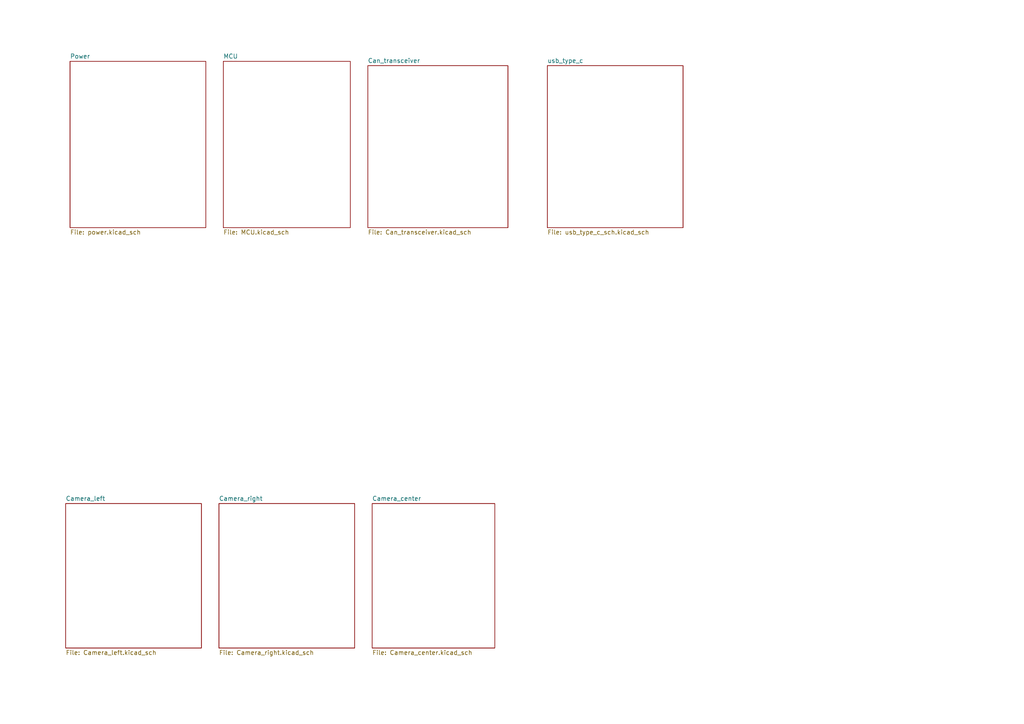
<source format=kicad_sch>
(kicad_sch
	(version 20250114)
	(generator "eeschema")
	(generator_version "9.0")
	(uuid "65068a32-f105-4204-b50e-234054c5a6d0")
	(paper "A4")
	(lib_symbols)
	(sheet
		(at 20.32 17.78)
		(size 39.37 48.26)
		(exclude_from_sim no)
		(in_bom yes)
		(on_board yes)
		(dnp no)
		(fields_autoplaced yes)
		(stroke
			(width 0.1524)
			(type solid)
		)
		(fill
			(color 0 0 0 0.0000)
		)
		(uuid "480e1df8-14aa-40df-bf4b-17bab0b9775f")
		(property "Sheetname" "Power"
			(at 20.32 17.0684 0)
			(effects
				(font
					(size 1.27 1.27)
				)
				(justify left bottom)
			)
		)
		(property "Sheetfile" "power.kicad_sch"
			(at 20.32 66.6246 0)
			(effects
				(font
					(size 1.27 1.27)
				)
				(justify left top)
			)
		)
		(instances
			(project "CameraBoard"
				(path "/65068a32-f105-4204-b50e-234054c5a6d0"
					(page "3")
				)
			)
		)
	)
	(sheet
		(at 64.77 17.78)
		(size 36.83 48.26)
		(exclude_from_sim no)
		(in_bom yes)
		(on_board yes)
		(dnp no)
		(fields_autoplaced yes)
		(stroke
			(width 0.1524)
			(type solid)
		)
		(fill
			(color 0 0 0 0.0000)
		)
		(uuid "5e494e8c-589b-4110-874f-f4b8b9240b86")
		(property "Sheetname" "MCU"
			(at 64.77 17.0684 0)
			(effects
				(font
					(size 1.27 1.27)
				)
				(justify left bottom)
			)
		)
		(property "Sheetfile" "MCU.kicad_sch"
			(at 64.77 66.6246 0)
			(effects
				(font
					(size 1.27 1.27)
				)
				(justify left top)
			)
		)
		(instances
			(project "CameraBoard"
				(path "/65068a32-f105-4204-b50e-234054c5a6d0"
					(page "2")
				)
			)
		)
	)
	(sheet
		(at 106.68 19.05)
		(size 40.64 46.99)
		(exclude_from_sim no)
		(in_bom yes)
		(on_board yes)
		(dnp no)
		(fields_autoplaced yes)
		(stroke
			(width 0.1524)
			(type solid)
		)
		(fill
			(color 0 0 0 0.0000)
		)
		(uuid "68311702-7edf-49e8-b5c7-4acffdefe23d")
		(property "Sheetname" "Can_transceiver"
			(at 106.68 18.3384 0)
			(effects
				(font
					(size 1.27 1.27)
				)
				(justify left bottom)
			)
		)
		(property "Sheetfile" "Can_transceiver.kicad_sch"
			(at 106.68 66.6246 0)
			(effects
				(font
					(size 1.27 1.27)
				)
				(justify left top)
			)
		)
		(instances
			(project "CameraBoard"
				(path "/65068a32-f105-4204-b50e-234054c5a6d0"
					(page "7")
				)
			)
		)
	)
	(sheet
		(at 107.95 146.05)
		(size 35.56 41.91)
		(exclude_from_sim no)
		(in_bom yes)
		(on_board yes)
		(dnp no)
		(fields_autoplaced yes)
		(stroke
			(width 0.1524)
			(type solid)
		)
		(fill
			(color 0 0 0 0.0000)
		)
		(uuid "74e3c2e3-591c-4dbb-bedb-b7f7db2a7e7f")
		(property "Sheetname" "Camera_center"
			(at 107.95 145.3384 0)
			(effects
				(font
					(size 1.27 1.27)
				)
				(justify left bottom)
			)
		)
		(property "Sheetfile" "Camera_center.kicad_sch"
			(at 107.95 188.5446 0)
			(effects
				(font
					(size 1.27 1.27)
				)
				(justify left top)
			)
		)
		(instances
			(project "CameraBoard"
				(path "/65068a32-f105-4204-b50e-234054c5a6d0"
					(page "6")
				)
			)
		)
	)
	(sheet
		(at 158.75 19.05)
		(size 39.37 46.99)
		(exclude_from_sim no)
		(in_bom yes)
		(on_board yes)
		(dnp no)
		(fields_autoplaced yes)
		(stroke
			(width 0.1524)
			(type solid)
		)
		(fill
			(color 0 0 0 0.0000)
		)
		(uuid "880da092-1c6b-4dcf-a509-490b22fc0ebc")
		(property "Sheetname" "usb_type_c"
			(at 158.75 18.3384 0)
			(effects
				(font
					(size 1.27 1.27)
				)
				(justify left bottom)
			)
		)
		(property "Sheetfile" "usb_type_c_sch.kicad_sch"
			(at 158.75 66.6246 0)
			(effects
				(font
					(size 1.27 1.27)
				)
				(justify left top)
			)
		)
		(instances
			(project "CameraBoard"
				(path "/65068a32-f105-4204-b50e-234054c5a6d0"
					(page "8")
				)
			)
		)
	)
	(sheet
		(at 63.5 146.05)
		(size 39.37 41.91)
		(exclude_from_sim no)
		(in_bom yes)
		(on_board yes)
		(dnp no)
		(fields_autoplaced yes)
		(stroke
			(width 0.1524)
			(type solid)
		)
		(fill
			(color 0 0 0 0.0000)
		)
		(uuid "bf3de135-4611-4c7d-8878-73765f0881dd")
		(property "Sheetname" "Camera_right"
			(at 63.5 145.3384 0)
			(effects
				(font
					(size 1.27 1.27)
				)
				(justify left bottom)
			)
		)
		(property "Sheetfile" "Camera_right.kicad_sch"
			(at 63.5 188.5446 0)
			(effects
				(font
					(size 1.27 1.27)
				)
				(justify left top)
			)
		)
		(instances
			(project "CameraBoard"
				(path "/65068a32-f105-4204-b50e-234054c5a6d0"
					(page "5")
				)
			)
		)
	)
	(sheet
		(at 19.05 146.05)
		(size 39.37 41.91)
		(exclude_from_sim no)
		(in_bom yes)
		(on_board yes)
		(dnp no)
		(fields_autoplaced yes)
		(stroke
			(width 0.1524)
			(type solid)
		)
		(fill
			(color 0 0 0 0.0000)
		)
		(uuid "e8bd3566-d4f2-43cd-9088-441e27788299")
		(property "Sheetname" "Camera_left"
			(at 19.05 145.3384 0)
			(effects
				(font
					(size 1.27 1.27)
				)
				(justify left bottom)
			)
		)
		(property "Sheetfile" "Camera_left.kicad_sch"
			(at 19.05 188.5446 0)
			(effects
				(font
					(size 1.27 1.27)
				)
				(justify left top)
			)
		)
		(instances
			(project "CameraBoard"
				(path "/65068a32-f105-4204-b50e-234054c5a6d0"
					(page "4")
				)
			)
		)
	)
	(sheet_instances
		(path "/"
			(page "1")
		)
	)
	(embedded_fonts no)
)

</source>
